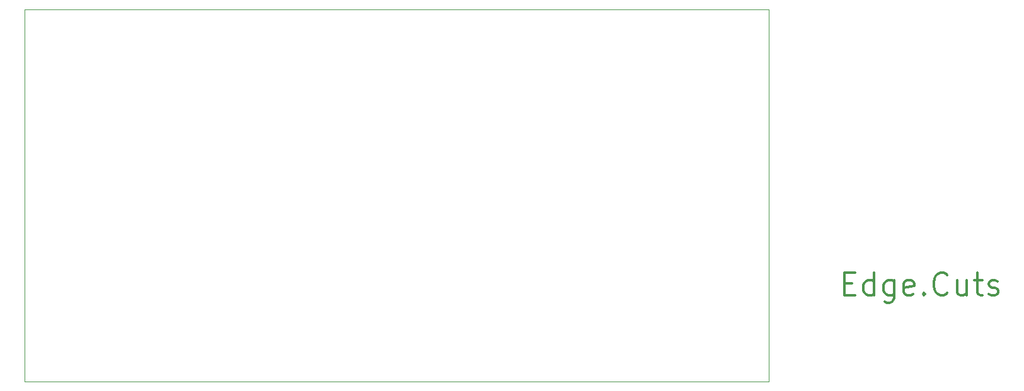
<source format=gbr>
G04 (created by PCBNEW (2013-07-07 BZR 4022)-stable) date 24/09/2013 15:52:17*
%MOIN*%
G04 Gerber Fmt 3.4, Leading zero omitted, Abs format*
%FSLAX34Y34*%
G01*
G70*
G90*
G04 APERTURE LIST*
%ADD10C,0.00590551*%
%ADD11C,0.011811*%
%ADD12C,0.00393701*%
G04 APERTURE END LIST*
G54D10*
G54D11*
X52407Y-22772D02*
X52800Y-22772D01*
X52969Y-23391D02*
X52407Y-23391D01*
X52407Y-22210D01*
X52969Y-22210D01*
X53982Y-23391D02*
X53982Y-22210D01*
X53982Y-23335D02*
X53869Y-23391D01*
X53644Y-23391D01*
X53532Y-23335D01*
X53475Y-23278D01*
X53419Y-23166D01*
X53419Y-22829D01*
X53475Y-22716D01*
X53532Y-22660D01*
X53644Y-22604D01*
X53869Y-22604D01*
X53982Y-22660D01*
X55050Y-22604D02*
X55050Y-23560D01*
X54994Y-23672D01*
X54938Y-23728D01*
X54825Y-23785D01*
X54656Y-23785D01*
X54544Y-23728D01*
X55050Y-23335D02*
X54938Y-23391D01*
X54713Y-23391D01*
X54600Y-23335D01*
X54544Y-23278D01*
X54488Y-23166D01*
X54488Y-22829D01*
X54544Y-22716D01*
X54600Y-22660D01*
X54713Y-22604D01*
X54938Y-22604D01*
X55050Y-22660D01*
X56062Y-23335D02*
X55950Y-23391D01*
X55725Y-23391D01*
X55613Y-23335D01*
X55556Y-23222D01*
X55556Y-22772D01*
X55613Y-22660D01*
X55725Y-22604D01*
X55950Y-22604D01*
X56062Y-22660D01*
X56119Y-22772D01*
X56119Y-22885D01*
X55556Y-22997D01*
X56625Y-23278D02*
X56681Y-23335D01*
X56625Y-23391D01*
X56569Y-23335D01*
X56625Y-23278D01*
X56625Y-23391D01*
X57862Y-23278D02*
X57806Y-23335D01*
X57637Y-23391D01*
X57525Y-23391D01*
X57356Y-23335D01*
X57244Y-23222D01*
X57187Y-23110D01*
X57131Y-22885D01*
X57131Y-22716D01*
X57187Y-22491D01*
X57244Y-22379D01*
X57356Y-22266D01*
X57525Y-22210D01*
X57637Y-22210D01*
X57806Y-22266D01*
X57862Y-22322D01*
X58875Y-22604D02*
X58875Y-23391D01*
X58368Y-22604D02*
X58368Y-23222D01*
X58425Y-23335D01*
X58537Y-23391D01*
X58706Y-23391D01*
X58818Y-23335D01*
X58875Y-23278D01*
X59268Y-22604D02*
X59718Y-22604D01*
X59437Y-22210D02*
X59437Y-23222D01*
X59493Y-23335D01*
X59606Y-23391D01*
X59718Y-23391D01*
X60056Y-23335D02*
X60168Y-23391D01*
X60393Y-23391D01*
X60506Y-23335D01*
X60562Y-23222D01*
X60562Y-23166D01*
X60506Y-23053D01*
X60393Y-22997D01*
X60224Y-22997D01*
X60112Y-22941D01*
X60056Y-22829D01*
X60056Y-22772D01*
X60112Y-22660D01*
X60224Y-22604D01*
X60393Y-22604D01*
X60506Y-22660D01*
G54D12*
X9055Y-27952D02*
X9055Y-8267D01*
X48425Y-27952D02*
X9055Y-27952D01*
X48425Y-8267D02*
X48425Y-27952D01*
X9055Y-8267D02*
X48425Y-8267D01*
M02*

</source>
